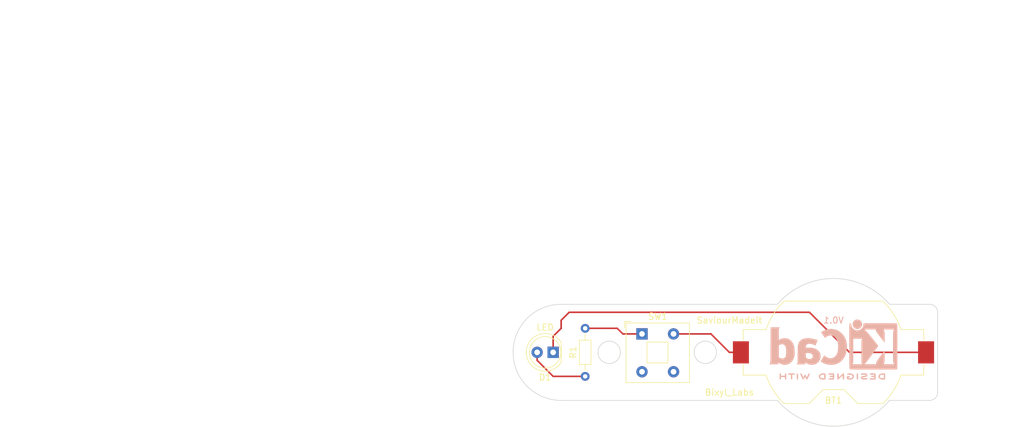
<source format=kicad_pcb>
(kicad_pcb (version 20221018) (generator pcbnew)
  (title_block (title "LED Torch") (date "2023-10-21") (rev "0.1") (company "Bixyl Lab") (comment 1 "Designer: Saviour Dagadu"))
  (layers (0 "F.Cu" signal) (31 "B.Cu" signal) (34 "B.Paste" user) (35 "F.Paste" user) (36 "B.SilkS" user "B.Silkscreen") (37 "F.SilkS" user "F.Silkscreen") (38 "B.Mask" user) (39 "F.Mask" user) (44 "Edge.Cuts" user))
  (net 0 "")
  (net 1 "/Bat_pos")
  (net 2 "/LED_cathode")
  (net 3 "Net-(D1-A)")
  (net 4 "Net-(SW1A-C)")
  (footprint "Resistor_THT:R_Axial_DIN0204_L3.6mm_D1.6mm_P7.62mm_Horizontal" (layer "F.Cu") (at 143.507022 119.01103 90)
    (fp_text reference "R1" (at 3.81 -1.92 90) (layer "F.SilkS"))
    (fp_text value "R")
    (pad "1" thru_hole circle (at 0 0 90) (size 1.4 1.4) (drill 0.7) (layers "*.Cu" "*.Mask") (net 3 "Net-(D1-A)"))
    (pad "2" thru_hole oval (at 7.62 0 90) (size 1.4 1.4) (drill 0.7) (layers "*.Cu" "*.Mask") (net 4 "Net-(SW1A-C)"))
  )
  (footprint "Button_Switch_THT:SW_Push_2P1T_Toggle_CK_PVA1xxH1xxxxxxV2" (layer "F.Cu") (at 152.514522 112.27853)
    (fp_text reference "SW1" (at 2.5 -2.75) (layer "F.SilkS"))
    (fp_text value "SW_DPST_x2")
    (pad "1" thru_hole rect (at 0 0) (size 1.8 1.8) (drill 0.9) (layers "*.Cu" "*.Mask") (net 4 "Net-(SW1A-C)"))
    (pad "2" thru_hole circle (at 5 0) (size 1.8 1.8) (drill 0.9) (layers "*.Cu" "*.Mask") (net 1 "/Bat_pos"))
    (pad "3" thru_hole circle (at 0 6) (size 1.8 1.8) (drill 0.9) (layers "*.Cu" "*.Mask"))
    (pad "4" thru_hole circle (at 5 6) (size 1.8 1.8) (drill 0.9) (layers "*.Cu" "*.Mask"))
  )
  (footprint "Battery:BatteryHolder_Keystone_1058_1x2032" (layer "F.Cu") (at 182.877022 115.20103)
    (fp_text reference "BT1" (at 0 7.62) (layer "F.SilkS"))
    (fp_text value "Battery_Cell")
    (pad "1" smd rect (at -14.68 0) (size 2.54 3.51) (layers "F.Cu" "F.Paste" "F.Mask") (net 1 "/Bat_pos"))
    (pad "2" smd rect (at 14.68 0) (size 2.54 3.51) (layers "F.Cu" "F.Paste" "F.Mask") (net 2 "/LED_cathode"))
  )
  (footprint "LED_THT:LED_D5.0mm" (layer "F.Cu") (at 138.427022 115.20103 180)
    (fp_text reference "D1" (at 1.27 -3.96) (layer "F.SilkS"))
    (fp_text value "LED" (at 1.27 3.96) (layer "F.SilkS"))
    (pad "1" thru_hole rect (at 0 0 180) (size 1.8 1.8) (drill 0.9) (layers "*.Cu" "*.Mask") (net 2 "/LED_cathode"))
    (pad "2" thru_hole circle (at 2.54 0 180) (size 1.8 1.8) (drill 0.9) (layers "*.Cu" "*.Mask") (net 3 "Net-(D1-A)"))
  )
  (footprint "Symbol:KiCad-Logo2_8mm_SilkScreen" (layer "B.Cu") (at 182.877022 113.93103 180)
    (fp_text reference "REF**" hide)
    (fp_text value "KiCad-Logo2_8mm_SilkScreen" hide)
  )
  (gr_arc (start 173.987022 107.58103) (mid 182.877022 103.492209) (end 191.767022 107.58103) (stroke (width 0.1)) (layer "Edge.Cuts"))
  (gr_line (start 173.987022 107.58103) (end 139.697022 107.58103) (stroke (width 0.1)) (layer "Edge.Cuts"))
  (gr_circle (center 147.317022 115.20103) (end 149.095022 115.20103) (stroke (width 0.1)) (fill none) (layer "Edge.Cuts"))
  (gr_arc (start 198.117022 107.58103) (mid 199.015048 107.953004) (end 199.387022 108.85103) (stroke (width 0.1)) (layer "Edge.Cuts"))
  (gr_line (start 198.117022 122.82103) (end 191.767022 122.82103) (stroke (width 0.1)) (layer "Edge.Cuts"))
  (gr_line (start 139.697022 122.82103) (end 173.987022 122.82103) (stroke (width 0.1)) (layer "Edge.Cuts"))
  (gr_arc (start 139.697022 122.82103) (mid 132.077022 115.20103) (end 139.697022 107.58103) (stroke (width 0.1)) (layer "Edge.Cuts"))
  (gr_arc (start 191.767022 122.82103) (mid 182.877022 126.909851) (end 173.987022 122.82103) (stroke (width 0.1)) (layer "Edge.Cuts"))
  (gr_circle (center 162.557022 115.20103) (end 164.335022 115.20103) (stroke (width 0.1)) (fill none) (layer "Edge.Cuts"))
  (gr_arc (start 199.387022 121.55103) (mid 199.015048 122.449056) (end 198.117022 122.82103) (stroke (width 0.1)) (layer "Edge.Cuts"))
  (gr_line (start 198.117022 107.58103) (end 191.767022 107.58103) (stroke (width 0.1)) (layer "Edge.Cuts"))
  (gr_line (start 199.387022 121.55103) (end 199.387022 108.85103) (stroke (width 0.1)) (layer "Edge.Cuts"))
  (gr_text "V0.1" (at 182.877022 110.12103) (layer "B.SilkS") (effects (font (size 1 1)) (justify mirror)))
  (gr_text "Bixyl_Labs" (at 166.367022 121.55103) (layer "F.SilkS") (effects (font (size 1 1))))
  (gr_text "SaviourMadeit" (at 166.367022 110.12103) (layer "F.SilkS") (effects (font (size 1 1))))
  (segment (start 157.514522 112.27853) (end 163.444522 112.27853) (width 0.25) (layer "F.Cu") (net 1))
  (segment (start 166.367022 115.20103) (end 168.197022 115.20103) (width 0.25) (layer "F.Cu") (net 1))
  (segment (start 163.444522 112.27853) (end 166.367022 115.20103) (width 0.25) (layer "F.Cu") (net 1))
  (segment (start 139.697022 110.12103) (end 140.967022 108.85103) (width 0.25) (layer "F.Cu") (net 2))
  (segment (start 138.427022 112.66103) (end 139.697022 111.39103) (width 0.25) (layer "F.Cu") (net 2))
  (segment (start 138.427022 115.20103) (end 138.427022 112.66103) (width 0.25) (layer "F.Cu") (net 2))
  (segment (start 140.967022 108.85103) (end 179.067022 108.85103) (width 0.25) (layer "F.Cu") (net 2))
  (segment (start 185.417022 115.20103) (end 197.557022 115.20103) (width 0.25) (layer "F.Cu") (net 2))
  (segment (start 179.067022 108.85103) (end 185.417022 115.20103) (width 0.25) (layer "F.Cu") (net 2))
  (segment (start 139.697022 111.39103) (end 139.697022 110.12103) (width 0.25) (layer "F.Cu") (net 2))
  (segment (start 135.887022 115.20103) (end 135.887022 116.47103) (width 0.25) (layer "F.Cu") (net 3))
  (segment (start 138.427022 119.01103) (end 143.507022 119.01103) (width 0.25) (layer "F.Cu") (net 3))
  (segment (start 135.887022 116.47103) (end 138.427022 119.01103) (width 0.25) (layer "F.Cu") (net 3))
  (segment (start 149.474522 112.27853) (end 152.514522 112.27853) (width 0.25) (layer "F.Cu") (net 4))
  (segment (start 148.587022 111.39103) (end 149.474522 112.27853) (width 0.25) (layer "F.Cu") (net 4))
  (segment (start 143.507022 111.39103) (end 148.587022 111.39103) (width 0.25) (layer "F.Cu") (net 4))
)
</source>
